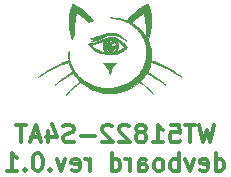
<source format=gbo>
%TF.GenerationSoftware,KiCad,Pcbnew,8.0.2-8.0.2-0~ubuntu22.04.1*%
%TF.CreationDate,2024-05-29T19:46:19+02:00*%
%TF.ProjectId,nrf51_devboard,6e726635-315f-4646-9576-626f6172642e,0.1*%
%TF.SameCoordinates,Original*%
%TF.FileFunction,Legend,Bot*%
%TF.FilePolarity,Positive*%
%FSLAX46Y46*%
G04 Gerber Fmt 4.6, Leading zero omitted, Abs format (unit mm)*
G04 Created by KiCad (PCBNEW 8.0.2-8.0.2-0~ubuntu22.04.1) date 2024-05-29 19:46:19*
%MOMM*%
%LPD*%
G01*
G04 APERTURE LIST*
%ADD10C,0.300000*%
%ADD11C,0.010000*%
%ADD12R,1.700000X1.700000*%
%ADD13O,1.700000X1.700000*%
G04 APERTURE END LIST*
D10*
X114357141Y-62885912D02*
X113999998Y-64385912D01*
X113999998Y-64385912D02*
X113714284Y-63314484D01*
X113714284Y-63314484D02*
X113428569Y-64385912D01*
X113428569Y-64385912D02*
X113071427Y-62885912D01*
X112714283Y-62885912D02*
X111857141Y-62885912D01*
X112285712Y-64385912D02*
X112285712Y-62885912D01*
X110642855Y-62885912D02*
X111357141Y-62885912D01*
X111357141Y-62885912D02*
X111428569Y-63600198D01*
X111428569Y-63600198D02*
X111357141Y-63528769D01*
X111357141Y-63528769D02*
X111214284Y-63457341D01*
X111214284Y-63457341D02*
X110857141Y-63457341D01*
X110857141Y-63457341D02*
X110714284Y-63528769D01*
X110714284Y-63528769D02*
X110642855Y-63600198D01*
X110642855Y-63600198D02*
X110571426Y-63743055D01*
X110571426Y-63743055D02*
X110571426Y-64100198D01*
X110571426Y-64100198D02*
X110642855Y-64243055D01*
X110642855Y-64243055D02*
X110714284Y-64314484D01*
X110714284Y-64314484D02*
X110857141Y-64385912D01*
X110857141Y-64385912D02*
X111214284Y-64385912D01*
X111214284Y-64385912D02*
X111357141Y-64314484D01*
X111357141Y-64314484D02*
X111428569Y-64243055D01*
X109142855Y-64385912D02*
X109999998Y-64385912D01*
X109571427Y-64385912D02*
X109571427Y-62885912D01*
X109571427Y-62885912D02*
X109714284Y-63100198D01*
X109714284Y-63100198D02*
X109857141Y-63243055D01*
X109857141Y-63243055D02*
X109999998Y-63314484D01*
X108285713Y-63528769D02*
X108428570Y-63457341D01*
X108428570Y-63457341D02*
X108499999Y-63385912D01*
X108499999Y-63385912D02*
X108571427Y-63243055D01*
X108571427Y-63243055D02*
X108571427Y-63171626D01*
X108571427Y-63171626D02*
X108499999Y-63028769D01*
X108499999Y-63028769D02*
X108428570Y-62957341D01*
X108428570Y-62957341D02*
X108285713Y-62885912D01*
X108285713Y-62885912D02*
X107999999Y-62885912D01*
X107999999Y-62885912D02*
X107857142Y-62957341D01*
X107857142Y-62957341D02*
X107785713Y-63028769D01*
X107785713Y-63028769D02*
X107714284Y-63171626D01*
X107714284Y-63171626D02*
X107714284Y-63243055D01*
X107714284Y-63243055D02*
X107785713Y-63385912D01*
X107785713Y-63385912D02*
X107857142Y-63457341D01*
X107857142Y-63457341D02*
X107999999Y-63528769D01*
X107999999Y-63528769D02*
X108285713Y-63528769D01*
X108285713Y-63528769D02*
X108428570Y-63600198D01*
X108428570Y-63600198D02*
X108499999Y-63671626D01*
X108499999Y-63671626D02*
X108571427Y-63814484D01*
X108571427Y-63814484D02*
X108571427Y-64100198D01*
X108571427Y-64100198D02*
X108499999Y-64243055D01*
X108499999Y-64243055D02*
X108428570Y-64314484D01*
X108428570Y-64314484D02*
X108285713Y-64385912D01*
X108285713Y-64385912D02*
X107999999Y-64385912D01*
X107999999Y-64385912D02*
X107857142Y-64314484D01*
X107857142Y-64314484D02*
X107785713Y-64243055D01*
X107785713Y-64243055D02*
X107714284Y-64100198D01*
X107714284Y-64100198D02*
X107714284Y-63814484D01*
X107714284Y-63814484D02*
X107785713Y-63671626D01*
X107785713Y-63671626D02*
X107857142Y-63600198D01*
X107857142Y-63600198D02*
X107999999Y-63528769D01*
X107142856Y-63028769D02*
X107071428Y-62957341D01*
X107071428Y-62957341D02*
X106928571Y-62885912D01*
X106928571Y-62885912D02*
X106571428Y-62885912D01*
X106571428Y-62885912D02*
X106428571Y-62957341D01*
X106428571Y-62957341D02*
X106357142Y-63028769D01*
X106357142Y-63028769D02*
X106285713Y-63171626D01*
X106285713Y-63171626D02*
X106285713Y-63314484D01*
X106285713Y-63314484D02*
X106357142Y-63528769D01*
X106357142Y-63528769D02*
X107214285Y-64385912D01*
X107214285Y-64385912D02*
X106285713Y-64385912D01*
X105714285Y-63028769D02*
X105642857Y-62957341D01*
X105642857Y-62957341D02*
X105500000Y-62885912D01*
X105500000Y-62885912D02*
X105142857Y-62885912D01*
X105142857Y-62885912D02*
X105000000Y-62957341D01*
X105000000Y-62957341D02*
X104928571Y-63028769D01*
X104928571Y-63028769D02*
X104857142Y-63171626D01*
X104857142Y-63171626D02*
X104857142Y-63314484D01*
X104857142Y-63314484D02*
X104928571Y-63528769D01*
X104928571Y-63528769D02*
X105785714Y-64385912D01*
X105785714Y-64385912D02*
X104857142Y-64385912D01*
X104214286Y-63814484D02*
X103071429Y-63814484D01*
X102428571Y-64314484D02*
X102214286Y-64385912D01*
X102214286Y-64385912D02*
X101857143Y-64385912D01*
X101857143Y-64385912D02*
X101714286Y-64314484D01*
X101714286Y-64314484D02*
X101642857Y-64243055D01*
X101642857Y-64243055D02*
X101571428Y-64100198D01*
X101571428Y-64100198D02*
X101571428Y-63957341D01*
X101571428Y-63957341D02*
X101642857Y-63814484D01*
X101642857Y-63814484D02*
X101714286Y-63743055D01*
X101714286Y-63743055D02*
X101857143Y-63671626D01*
X101857143Y-63671626D02*
X102142857Y-63600198D01*
X102142857Y-63600198D02*
X102285714Y-63528769D01*
X102285714Y-63528769D02*
X102357143Y-63457341D01*
X102357143Y-63457341D02*
X102428571Y-63314484D01*
X102428571Y-63314484D02*
X102428571Y-63171626D01*
X102428571Y-63171626D02*
X102357143Y-63028769D01*
X102357143Y-63028769D02*
X102285714Y-62957341D01*
X102285714Y-62957341D02*
X102142857Y-62885912D01*
X102142857Y-62885912D02*
X101785714Y-62885912D01*
X101785714Y-62885912D02*
X101571428Y-62957341D01*
X100285715Y-63385912D02*
X100285715Y-64385912D01*
X100642857Y-62814484D02*
X101000000Y-63885912D01*
X101000000Y-63885912D02*
X100071429Y-63885912D01*
X99571429Y-63957341D02*
X98857144Y-63957341D01*
X99714286Y-64385912D02*
X99214286Y-62885912D01*
X99214286Y-62885912D02*
X98714286Y-64385912D01*
X98428572Y-62885912D02*
X97571430Y-62885912D01*
X98000001Y-64385912D02*
X98000001Y-62885912D01*
X114464285Y-66800828D02*
X114464285Y-65300828D01*
X114464285Y-66729400D02*
X114607142Y-66800828D01*
X114607142Y-66800828D02*
X114892856Y-66800828D01*
X114892856Y-66800828D02*
X115035713Y-66729400D01*
X115035713Y-66729400D02*
X115107142Y-66657971D01*
X115107142Y-66657971D02*
X115178570Y-66515114D01*
X115178570Y-66515114D02*
X115178570Y-66086542D01*
X115178570Y-66086542D02*
X115107142Y-65943685D01*
X115107142Y-65943685D02*
X115035713Y-65872257D01*
X115035713Y-65872257D02*
X114892856Y-65800828D01*
X114892856Y-65800828D02*
X114607142Y-65800828D01*
X114607142Y-65800828D02*
X114464285Y-65872257D01*
X113178570Y-66729400D02*
X113321427Y-66800828D01*
X113321427Y-66800828D02*
X113607142Y-66800828D01*
X113607142Y-66800828D02*
X113749999Y-66729400D01*
X113749999Y-66729400D02*
X113821427Y-66586542D01*
X113821427Y-66586542D02*
X113821427Y-66015114D01*
X113821427Y-66015114D02*
X113749999Y-65872257D01*
X113749999Y-65872257D02*
X113607142Y-65800828D01*
X113607142Y-65800828D02*
X113321427Y-65800828D01*
X113321427Y-65800828D02*
X113178570Y-65872257D01*
X113178570Y-65872257D02*
X113107142Y-66015114D01*
X113107142Y-66015114D02*
X113107142Y-66157971D01*
X113107142Y-66157971D02*
X113821427Y-66300828D01*
X112607142Y-65800828D02*
X112249999Y-66800828D01*
X112249999Y-66800828D02*
X111892856Y-65800828D01*
X111321428Y-66800828D02*
X111321428Y-65300828D01*
X111321428Y-65872257D02*
X111178571Y-65800828D01*
X111178571Y-65800828D02*
X110892856Y-65800828D01*
X110892856Y-65800828D02*
X110749999Y-65872257D01*
X110749999Y-65872257D02*
X110678571Y-65943685D01*
X110678571Y-65943685D02*
X110607142Y-66086542D01*
X110607142Y-66086542D02*
X110607142Y-66515114D01*
X110607142Y-66515114D02*
X110678571Y-66657971D01*
X110678571Y-66657971D02*
X110749999Y-66729400D01*
X110749999Y-66729400D02*
X110892856Y-66800828D01*
X110892856Y-66800828D02*
X111178571Y-66800828D01*
X111178571Y-66800828D02*
X111321428Y-66729400D01*
X109749999Y-66800828D02*
X109892856Y-66729400D01*
X109892856Y-66729400D02*
X109964285Y-66657971D01*
X109964285Y-66657971D02*
X110035713Y-66515114D01*
X110035713Y-66515114D02*
X110035713Y-66086542D01*
X110035713Y-66086542D02*
X109964285Y-65943685D01*
X109964285Y-65943685D02*
X109892856Y-65872257D01*
X109892856Y-65872257D02*
X109749999Y-65800828D01*
X109749999Y-65800828D02*
X109535713Y-65800828D01*
X109535713Y-65800828D02*
X109392856Y-65872257D01*
X109392856Y-65872257D02*
X109321428Y-65943685D01*
X109321428Y-65943685D02*
X109249999Y-66086542D01*
X109249999Y-66086542D02*
X109249999Y-66515114D01*
X109249999Y-66515114D02*
X109321428Y-66657971D01*
X109321428Y-66657971D02*
X109392856Y-66729400D01*
X109392856Y-66729400D02*
X109535713Y-66800828D01*
X109535713Y-66800828D02*
X109749999Y-66800828D01*
X107964285Y-66800828D02*
X107964285Y-66015114D01*
X107964285Y-66015114D02*
X108035713Y-65872257D01*
X108035713Y-65872257D02*
X108178570Y-65800828D01*
X108178570Y-65800828D02*
X108464285Y-65800828D01*
X108464285Y-65800828D02*
X108607142Y-65872257D01*
X107964285Y-66729400D02*
X108107142Y-66800828D01*
X108107142Y-66800828D02*
X108464285Y-66800828D01*
X108464285Y-66800828D02*
X108607142Y-66729400D01*
X108607142Y-66729400D02*
X108678570Y-66586542D01*
X108678570Y-66586542D02*
X108678570Y-66443685D01*
X108678570Y-66443685D02*
X108607142Y-66300828D01*
X108607142Y-66300828D02*
X108464285Y-66229400D01*
X108464285Y-66229400D02*
X108107142Y-66229400D01*
X108107142Y-66229400D02*
X107964285Y-66157971D01*
X107249999Y-66800828D02*
X107249999Y-65800828D01*
X107249999Y-66086542D02*
X107178570Y-65943685D01*
X107178570Y-65943685D02*
X107107142Y-65872257D01*
X107107142Y-65872257D02*
X106964284Y-65800828D01*
X106964284Y-65800828D02*
X106821427Y-65800828D01*
X105678571Y-66800828D02*
X105678571Y-65300828D01*
X105678571Y-66729400D02*
X105821428Y-66800828D01*
X105821428Y-66800828D02*
X106107142Y-66800828D01*
X106107142Y-66800828D02*
X106249999Y-66729400D01*
X106249999Y-66729400D02*
X106321428Y-66657971D01*
X106321428Y-66657971D02*
X106392856Y-66515114D01*
X106392856Y-66515114D02*
X106392856Y-66086542D01*
X106392856Y-66086542D02*
X106321428Y-65943685D01*
X106321428Y-65943685D02*
X106249999Y-65872257D01*
X106249999Y-65872257D02*
X106107142Y-65800828D01*
X106107142Y-65800828D02*
X105821428Y-65800828D01*
X105821428Y-65800828D02*
X105678571Y-65872257D01*
X103821428Y-66800828D02*
X103821428Y-65800828D01*
X103821428Y-66086542D02*
X103749999Y-65943685D01*
X103749999Y-65943685D02*
X103678571Y-65872257D01*
X103678571Y-65872257D02*
X103535713Y-65800828D01*
X103535713Y-65800828D02*
X103392856Y-65800828D01*
X102321428Y-66729400D02*
X102464285Y-66800828D01*
X102464285Y-66800828D02*
X102750000Y-66800828D01*
X102750000Y-66800828D02*
X102892857Y-66729400D01*
X102892857Y-66729400D02*
X102964285Y-66586542D01*
X102964285Y-66586542D02*
X102964285Y-66015114D01*
X102964285Y-66015114D02*
X102892857Y-65872257D01*
X102892857Y-65872257D02*
X102750000Y-65800828D01*
X102750000Y-65800828D02*
X102464285Y-65800828D01*
X102464285Y-65800828D02*
X102321428Y-65872257D01*
X102321428Y-65872257D02*
X102250000Y-66015114D01*
X102250000Y-66015114D02*
X102250000Y-66157971D01*
X102250000Y-66157971D02*
X102964285Y-66300828D01*
X101750000Y-65800828D02*
X101392857Y-66800828D01*
X101392857Y-66800828D02*
X101035714Y-65800828D01*
X100464286Y-66657971D02*
X100392857Y-66729400D01*
X100392857Y-66729400D02*
X100464286Y-66800828D01*
X100464286Y-66800828D02*
X100535714Y-66729400D01*
X100535714Y-66729400D02*
X100464286Y-66657971D01*
X100464286Y-66657971D02*
X100464286Y-66800828D01*
X99464285Y-65300828D02*
X99321428Y-65300828D01*
X99321428Y-65300828D02*
X99178571Y-65372257D01*
X99178571Y-65372257D02*
X99107143Y-65443685D01*
X99107143Y-65443685D02*
X99035714Y-65586542D01*
X99035714Y-65586542D02*
X98964285Y-65872257D01*
X98964285Y-65872257D02*
X98964285Y-66229400D01*
X98964285Y-66229400D02*
X99035714Y-66515114D01*
X99035714Y-66515114D02*
X99107143Y-66657971D01*
X99107143Y-66657971D02*
X99178571Y-66729400D01*
X99178571Y-66729400D02*
X99321428Y-66800828D01*
X99321428Y-66800828D02*
X99464285Y-66800828D01*
X99464285Y-66800828D02*
X99607143Y-66729400D01*
X99607143Y-66729400D02*
X99678571Y-66657971D01*
X99678571Y-66657971D02*
X99750000Y-66515114D01*
X99750000Y-66515114D02*
X99821428Y-66229400D01*
X99821428Y-66229400D02*
X99821428Y-65872257D01*
X99821428Y-65872257D02*
X99750000Y-65586542D01*
X99750000Y-65586542D02*
X99678571Y-65443685D01*
X99678571Y-65443685D02*
X99607143Y-65372257D01*
X99607143Y-65372257D02*
X99464285Y-65300828D01*
X98321429Y-66657971D02*
X98250000Y-66729400D01*
X98250000Y-66729400D02*
X98321429Y-66800828D01*
X98321429Y-66800828D02*
X98392857Y-66729400D01*
X98392857Y-66729400D02*
X98321429Y-66657971D01*
X98321429Y-66657971D02*
X98321429Y-66800828D01*
X96821428Y-66800828D02*
X97678571Y-66800828D01*
X97250000Y-66800828D02*
X97250000Y-65300828D01*
X97250000Y-65300828D02*
X97392857Y-65515114D01*
X97392857Y-65515114D02*
X97535714Y-65657971D01*
X97535714Y-65657971D02*
X97678571Y-65729400D01*
D11*
%TO.C,G1*%
X105502452Y-57656366D02*
X105591869Y-57656494D01*
X105706880Y-57656772D01*
X105799983Y-57657231D01*
X105873276Y-57657965D01*
X105928860Y-57659064D01*
X105968832Y-57660620D01*
X105995293Y-57662726D01*
X106010341Y-57665473D01*
X106016076Y-57668953D01*
X106014596Y-57673258D01*
X106008000Y-57678480D01*
X105953434Y-57720488D01*
X105869240Y-57805436D01*
X105788282Y-57911123D01*
X105712246Y-58034704D01*
X105642817Y-58173336D01*
X105581679Y-58324174D01*
X105530519Y-58484375D01*
X105529643Y-58487503D01*
X105516941Y-58529235D01*
X105506071Y-58558844D01*
X105499303Y-58570100D01*
X105493479Y-58562107D01*
X105482347Y-58535641D01*
X105469241Y-58497075D01*
X105456770Y-58459200D01*
X105427027Y-58378045D01*
X105391175Y-58288281D01*
X105352657Y-58198115D01*
X105314918Y-58115752D01*
X105281400Y-58049400D01*
X105216228Y-57939083D01*
X105131719Y-57822508D01*
X105041668Y-57726539D01*
X104965153Y-57655700D01*
X105502452Y-57656366D01*
G36*
X105502452Y-57656366D02*
G01*
X105591869Y-57656494D01*
X105706880Y-57656772D01*
X105799983Y-57657231D01*
X105873276Y-57657965D01*
X105928860Y-57659064D01*
X105968832Y-57660620D01*
X105995293Y-57662726D01*
X106010341Y-57665473D01*
X106016076Y-57668953D01*
X106014596Y-57673258D01*
X106008000Y-57678480D01*
X105953434Y-57720488D01*
X105869240Y-57805436D01*
X105788282Y-57911123D01*
X105712246Y-58034704D01*
X105642817Y-58173336D01*
X105581679Y-58324174D01*
X105530519Y-58484375D01*
X105529643Y-58487503D01*
X105516941Y-58529235D01*
X105506071Y-58558844D01*
X105499303Y-58570100D01*
X105493479Y-58562107D01*
X105482347Y-58535641D01*
X105469241Y-58497075D01*
X105456770Y-58459200D01*
X105427027Y-58378045D01*
X105391175Y-58288281D01*
X105352657Y-58198115D01*
X105314918Y-58115752D01*
X105281400Y-58049400D01*
X105216228Y-57939083D01*
X105131719Y-57822508D01*
X105041668Y-57726539D01*
X104965153Y-57655700D01*
X105502452Y-57656366D01*
G37*
X105604654Y-55859889D02*
X105647644Y-55864403D01*
X105681836Y-55874000D01*
X105715900Y-55890335D01*
X105743506Y-55905805D01*
X105759645Y-55917136D01*
X105757286Y-55922695D01*
X105738616Y-55925904D01*
X105715304Y-55932395D01*
X105673679Y-55959820D01*
X105637677Y-56001889D01*
X105613856Y-56051976D01*
X105611345Y-56060585D01*
X105605015Y-56093495D01*
X105609133Y-56122107D01*
X105625056Y-56159432D01*
X105660990Y-56211960D01*
X105709812Y-56246654D01*
X105767161Y-56258700D01*
X105802072Y-56253098D01*
X105844835Y-56235024D01*
X105880596Y-56209529D01*
X105900251Y-56181869D01*
X105907258Y-56167588D01*
X105921549Y-56157100D01*
X105921972Y-56157118D01*
X105930151Y-56169355D01*
X105933277Y-56200264D01*
X105931946Y-56243982D01*
X105926750Y-56294647D01*
X105918284Y-56346396D01*
X105907143Y-56393366D01*
X105893920Y-56429695D01*
X105863797Y-56481420D01*
X105802245Y-56552522D01*
X105727910Y-56607304D01*
X105646050Y-56641275D01*
X105591299Y-56648364D01*
X105522830Y-56645845D01*
X105454096Y-56634384D01*
X105396580Y-56615183D01*
X105333057Y-56576295D01*
X105264434Y-56510725D01*
X105210249Y-56430150D01*
X105206472Y-56422825D01*
X105191200Y-56388395D01*
X105182264Y-56354189D01*
X105178071Y-56311683D01*
X105177027Y-56252350D01*
X105177065Y-56237727D01*
X105178639Y-56182838D01*
X105183706Y-56142850D01*
X105193890Y-56109165D01*
X105210810Y-56073185D01*
X105230222Y-56037875D01*
X105270760Y-55978912D01*
X105316795Y-55934116D01*
X105375125Y-55896165D01*
X105385500Y-55890497D01*
X105420760Y-55873644D01*
X105453973Y-55864040D01*
X105494274Y-55859740D01*
X105550800Y-55858802D01*
X105604654Y-55859889D01*
G36*
X105604654Y-55859889D02*
G01*
X105647644Y-55864403D01*
X105681836Y-55874000D01*
X105715900Y-55890335D01*
X105743506Y-55905805D01*
X105759645Y-55917136D01*
X105757286Y-55922695D01*
X105738616Y-55925904D01*
X105715304Y-55932395D01*
X105673679Y-55959820D01*
X105637677Y-56001889D01*
X105613856Y-56051976D01*
X105611345Y-56060585D01*
X105605015Y-56093495D01*
X105609133Y-56122107D01*
X105625056Y-56159432D01*
X105660990Y-56211960D01*
X105709812Y-56246654D01*
X105767161Y-56258700D01*
X105802072Y-56253098D01*
X105844835Y-56235024D01*
X105880596Y-56209529D01*
X105900251Y-56181869D01*
X105907258Y-56167588D01*
X105921549Y-56157100D01*
X105921972Y-56157118D01*
X105930151Y-56169355D01*
X105933277Y-56200264D01*
X105931946Y-56243982D01*
X105926750Y-56294647D01*
X105918284Y-56346396D01*
X105907143Y-56393366D01*
X105893920Y-56429695D01*
X105863797Y-56481420D01*
X105802245Y-56552522D01*
X105727910Y-56607304D01*
X105646050Y-56641275D01*
X105591299Y-56648364D01*
X105522830Y-56645845D01*
X105454096Y-56634384D01*
X105396580Y-56615183D01*
X105333057Y-56576295D01*
X105264434Y-56510725D01*
X105210249Y-56430150D01*
X105206472Y-56422825D01*
X105191200Y-56388395D01*
X105182264Y-56354189D01*
X105178071Y-56311683D01*
X105177027Y-56252350D01*
X105177065Y-56237727D01*
X105178639Y-56182838D01*
X105183706Y-56142850D01*
X105193890Y-56109165D01*
X105210810Y-56073185D01*
X105230222Y-56037875D01*
X105270760Y-55978912D01*
X105316795Y-55934116D01*
X105375125Y-55896165D01*
X105385500Y-55890497D01*
X105420760Y-55873644D01*
X105453973Y-55864040D01*
X105494274Y-55859740D01*
X105550800Y-55858802D01*
X105604654Y-55859889D01*
G37*
X105722933Y-55088370D02*
X105837880Y-55094530D01*
X105939338Y-55109216D01*
X106035610Y-55133932D01*
X106135000Y-55170179D01*
X106143777Y-55173822D01*
X106286443Y-55245487D01*
X106429471Y-55339989D01*
X106570140Y-55455114D01*
X106705724Y-55588644D01*
X106833500Y-55738365D01*
X106877950Y-55795146D01*
X106808100Y-55745120D01*
X106679590Y-55654270D01*
X106564180Y-55575680D01*
X106462335Y-55510270D01*
X106371050Y-55456470D01*
X106287321Y-55412714D01*
X106208143Y-55377435D01*
X106130510Y-55349063D01*
X106051419Y-55326033D01*
X105967864Y-55306776D01*
X105960773Y-55305329D01*
X105826620Y-55284003D01*
X105693548Y-55275111D01*
X105559040Y-55279196D01*
X105420579Y-55296805D01*
X105275647Y-55328480D01*
X105121726Y-55374767D01*
X104956298Y-55436210D01*
X104776846Y-55513354D01*
X104580852Y-55606743D01*
X104564147Y-55615012D01*
X104449492Y-55670775D01*
X104352499Y-55715737D01*
X104269242Y-55751399D01*
X104195796Y-55779268D01*
X104128232Y-55800845D01*
X104062626Y-55817637D01*
X103995050Y-55831146D01*
X103977735Y-55832639D01*
X103940959Y-55830604D01*
X103905744Y-55824197D01*
X103884001Y-55815135D01*
X103887323Y-55810368D01*
X103909601Y-55798721D01*
X103948115Y-55782888D01*
X103998301Y-55764877D01*
X104039093Y-55750481D01*
X104117040Y-55720132D01*
X104193462Y-55687164D01*
X104262700Y-55654194D01*
X104319098Y-55623845D01*
X104357000Y-55598735D01*
X104388750Y-55573096D01*
X104344300Y-55582523D01*
X104336110Y-55583855D01*
X104299498Y-55587043D01*
X104245591Y-55589612D01*
X104180254Y-55591326D01*
X104109350Y-55591950D01*
X104101737Y-55591946D01*
X104025019Y-55591307D01*
X103968937Y-55589285D01*
X103929118Y-55585477D01*
X103901188Y-55579480D01*
X103880771Y-55570892D01*
X103842691Y-55549834D01*
X103893471Y-55541091D01*
X103937854Y-55532922D01*
X104038887Y-55511003D01*
X104153720Y-55481892D01*
X104284267Y-55445037D01*
X104432442Y-55399886D01*
X104600157Y-55345887D01*
X104789327Y-55282486D01*
X104811166Y-55275068D01*
X104962895Y-55224854D01*
X105095287Y-55183838D01*
X105211858Y-55151255D01*
X105316123Y-55126335D01*
X105411598Y-55108313D01*
X105501797Y-55096420D01*
X105590236Y-55089889D01*
X105680430Y-55087952D01*
X105722933Y-55088370D01*
G36*
X105722933Y-55088370D02*
G01*
X105837880Y-55094530D01*
X105939338Y-55109216D01*
X106035610Y-55133932D01*
X106135000Y-55170179D01*
X106143777Y-55173822D01*
X106286443Y-55245487D01*
X106429471Y-55339989D01*
X106570140Y-55455114D01*
X106705724Y-55588644D01*
X106833500Y-55738365D01*
X106877950Y-55795146D01*
X106808100Y-55745120D01*
X106679590Y-55654270D01*
X106564180Y-55575680D01*
X106462335Y-55510270D01*
X106371050Y-55456470D01*
X106287321Y-55412714D01*
X106208143Y-55377435D01*
X106130510Y-55349063D01*
X106051419Y-55326033D01*
X105967864Y-55306776D01*
X105960773Y-55305329D01*
X105826620Y-55284003D01*
X105693548Y-55275111D01*
X105559040Y-55279196D01*
X105420579Y-55296805D01*
X105275647Y-55328480D01*
X105121726Y-55374767D01*
X104956298Y-55436210D01*
X104776846Y-55513354D01*
X104580852Y-55606743D01*
X104564147Y-55615012D01*
X104449492Y-55670775D01*
X104352499Y-55715737D01*
X104269242Y-55751399D01*
X104195796Y-55779268D01*
X104128232Y-55800845D01*
X104062626Y-55817637D01*
X103995050Y-55831146D01*
X103977735Y-55832639D01*
X103940959Y-55830604D01*
X103905744Y-55824197D01*
X103884001Y-55815135D01*
X103887323Y-55810368D01*
X103909601Y-55798721D01*
X103948115Y-55782888D01*
X103998301Y-55764877D01*
X104039093Y-55750481D01*
X104117040Y-55720132D01*
X104193462Y-55687164D01*
X104262700Y-55654194D01*
X104319098Y-55623845D01*
X104357000Y-55598735D01*
X104388750Y-55573096D01*
X104344300Y-55582523D01*
X104336110Y-55583855D01*
X104299498Y-55587043D01*
X104245591Y-55589612D01*
X104180254Y-55591326D01*
X104109350Y-55591950D01*
X104101737Y-55591946D01*
X104025019Y-55591307D01*
X103968937Y-55589285D01*
X103929118Y-55585477D01*
X103901188Y-55579480D01*
X103880771Y-55570892D01*
X103842691Y-55549834D01*
X103893471Y-55541091D01*
X103937854Y-55532922D01*
X104038887Y-55511003D01*
X104153720Y-55481892D01*
X104284267Y-55445037D01*
X104432442Y-55399886D01*
X104600157Y-55345887D01*
X104789327Y-55282486D01*
X104811166Y-55275068D01*
X104962895Y-55224854D01*
X105095287Y-55183838D01*
X105211858Y-55151255D01*
X105316123Y-55126335D01*
X105411598Y-55108313D01*
X105501797Y-55096420D01*
X105590236Y-55089889D01*
X105680430Y-55087952D01*
X105722933Y-55088370D01*
G37*
X102344866Y-52639315D02*
X102368750Y-52646858D01*
X102409701Y-52664619D01*
X102463385Y-52690400D01*
X102525466Y-52722000D01*
X102591611Y-52757221D01*
X102657484Y-52793864D01*
X102718750Y-52829730D01*
X102841237Y-52906633D01*
X103029777Y-53037274D01*
X103216239Y-53182181D01*
X103404512Y-53344440D01*
X103598487Y-53527133D01*
X103646993Y-53575025D01*
X103718325Y-53646805D01*
X103788499Y-53718855D01*
X103855103Y-53788585D01*
X103915721Y-53853405D01*
X103967940Y-53910722D01*
X104009345Y-53957948D01*
X104037522Y-53992490D01*
X104050058Y-54011758D01*
X104045006Y-54022473D01*
X104023633Y-54034990D01*
X104022828Y-54035299D01*
X103998490Y-54045370D01*
X103956926Y-54063237D01*
X103903750Y-54086466D01*
X103844576Y-54112623D01*
X103696150Y-54178610D01*
X103604300Y-54097293D01*
X103574467Y-54071202D01*
X103498400Y-54006970D01*
X103415018Y-53939255D01*
X103326585Y-53869669D01*
X103235362Y-53799825D01*
X103143612Y-53731335D01*
X103053598Y-53665812D01*
X102967581Y-53604869D01*
X102887823Y-53550117D01*
X102816588Y-53503171D01*
X102756138Y-53465642D01*
X102708734Y-53439143D01*
X102676639Y-53425287D01*
X102662115Y-53425686D01*
X102661346Y-53427111D01*
X102653637Y-53450376D01*
X102642462Y-53493956D01*
X102628657Y-53553740D01*
X102613061Y-53625618D01*
X102596509Y-53705478D01*
X102579840Y-53789211D01*
X102563890Y-53872705D01*
X102549497Y-53951850D01*
X102537498Y-54022535D01*
X102528729Y-54080650D01*
X102521697Y-54133219D01*
X102508642Y-54238417D01*
X102498065Y-54337512D01*
X102489598Y-54435754D01*
X102482872Y-54538393D01*
X102477519Y-54650681D01*
X102473170Y-54777866D01*
X102469457Y-54925200D01*
X102461457Y-55287150D01*
X102419878Y-55357000D01*
X102417107Y-55361690D01*
X102389833Y-55410159D01*
X102358665Y-55468556D01*
X102329815Y-55525275D01*
X102320431Y-55544010D01*
X102298766Y-55584783D01*
X102281898Y-55613096D01*
X102272862Y-55623700D01*
X102271472Y-55622550D01*
X102263362Y-55604143D01*
X102250661Y-55566452D01*
X102234552Y-55513578D01*
X102216222Y-55449620D01*
X102196855Y-55378677D01*
X102177635Y-55304851D01*
X102159747Y-55232239D01*
X102111746Y-55008265D01*
X102063938Y-54707548D01*
X102035352Y-54409673D01*
X102025901Y-54116704D01*
X102035497Y-53830704D01*
X102064054Y-53553736D01*
X102111484Y-53287864D01*
X102177701Y-53035150D01*
X102262616Y-52797658D01*
X102268979Y-52782358D01*
X102293654Y-52726221D01*
X102315714Y-52680762D01*
X102332957Y-52650312D01*
X102343181Y-52639200D01*
X102344866Y-52639315D01*
G36*
X102344866Y-52639315D02*
G01*
X102368750Y-52646858D01*
X102409701Y-52664619D01*
X102463385Y-52690400D01*
X102525466Y-52722000D01*
X102591611Y-52757221D01*
X102657484Y-52793864D01*
X102718750Y-52829730D01*
X102841237Y-52906633D01*
X103029777Y-53037274D01*
X103216239Y-53182181D01*
X103404512Y-53344440D01*
X103598487Y-53527133D01*
X103646993Y-53575025D01*
X103718325Y-53646805D01*
X103788499Y-53718855D01*
X103855103Y-53788585D01*
X103915721Y-53853405D01*
X103967940Y-53910722D01*
X104009345Y-53957948D01*
X104037522Y-53992490D01*
X104050058Y-54011758D01*
X104045006Y-54022473D01*
X104023633Y-54034990D01*
X104022828Y-54035299D01*
X103998490Y-54045370D01*
X103956926Y-54063237D01*
X103903750Y-54086466D01*
X103844576Y-54112623D01*
X103696150Y-54178610D01*
X103604300Y-54097293D01*
X103574467Y-54071202D01*
X103498400Y-54006970D01*
X103415018Y-53939255D01*
X103326585Y-53869669D01*
X103235362Y-53799825D01*
X103143612Y-53731335D01*
X103053598Y-53665812D01*
X102967581Y-53604869D01*
X102887823Y-53550117D01*
X102816588Y-53503171D01*
X102756138Y-53465642D01*
X102708734Y-53439143D01*
X102676639Y-53425287D01*
X102662115Y-53425686D01*
X102661346Y-53427111D01*
X102653637Y-53450376D01*
X102642462Y-53493956D01*
X102628657Y-53553740D01*
X102613061Y-53625618D01*
X102596509Y-53705478D01*
X102579840Y-53789211D01*
X102563890Y-53872705D01*
X102549497Y-53951850D01*
X102537498Y-54022535D01*
X102528729Y-54080650D01*
X102521697Y-54133219D01*
X102508642Y-54238417D01*
X102498065Y-54337512D01*
X102489598Y-54435754D01*
X102482872Y-54538393D01*
X102477519Y-54650681D01*
X102473170Y-54777866D01*
X102469457Y-54925200D01*
X102461457Y-55287150D01*
X102419878Y-55357000D01*
X102417107Y-55361690D01*
X102389833Y-55410159D01*
X102358665Y-55468556D01*
X102329815Y-55525275D01*
X102320431Y-55544010D01*
X102298766Y-55584783D01*
X102281898Y-55613096D01*
X102272862Y-55623700D01*
X102271472Y-55622550D01*
X102263362Y-55604143D01*
X102250661Y-55566452D01*
X102234552Y-55513578D01*
X102216222Y-55449620D01*
X102196855Y-55378677D01*
X102177635Y-55304851D01*
X102159747Y-55232239D01*
X102111746Y-55008265D01*
X102063938Y-54707548D01*
X102035352Y-54409673D01*
X102025901Y-54116704D01*
X102035497Y-53830704D01*
X102064054Y-53553736D01*
X102111484Y-53287864D01*
X102177701Y-53035150D01*
X102262616Y-52797658D01*
X102268979Y-52782358D01*
X102293654Y-52726221D01*
X102315714Y-52680762D01*
X102332957Y-52650312D01*
X102343181Y-52639200D01*
X102344866Y-52639315D01*
G37*
X106947800Y-56308606D02*
X106943478Y-56318630D01*
X106926245Y-56344788D01*
X106899847Y-56380406D01*
X106868587Y-56419925D01*
X106836768Y-56457780D01*
X106808694Y-56488411D01*
X106695049Y-56588648D01*
X106556059Y-56682226D01*
X106399693Y-56762685D01*
X106299490Y-56801424D01*
X106228877Y-56828724D01*
X106046537Y-56879040D01*
X105855600Y-56912332D01*
X105626946Y-56930027D01*
X105383035Y-56925807D01*
X105140101Y-56898581D01*
X104901544Y-56848901D01*
X104670766Y-56777318D01*
X104451168Y-56684384D01*
X104353377Y-56634142D01*
X104202865Y-56543167D01*
X104066344Y-56441038D01*
X103936762Y-56322798D01*
X103924221Y-56310189D01*
X103872214Y-56255585D01*
X103821805Y-56199346D01*
X103775656Y-56144802D01*
X103747921Y-56109790D01*
X103910754Y-56109790D01*
X103959252Y-56160369D01*
X104002670Y-56204380D01*
X104162741Y-56347598D01*
X104334838Y-56474551D01*
X104515784Y-56583471D01*
X104702404Y-56672590D01*
X104891523Y-56740138D01*
X105079963Y-56784349D01*
X105134754Y-56793520D01*
X105184738Y-56801010D01*
X105214275Y-56803660D01*
X105225895Y-56801424D01*
X105222130Y-56794257D01*
X105205508Y-56782115D01*
X105172743Y-56758056D01*
X105111128Y-56702466D01*
X105051670Y-56637411D01*
X105002664Y-56571508D01*
X104982355Y-56537833D01*
X104932019Y-56424350D01*
X104902710Y-56303524D01*
X104901890Y-56291628D01*
X105068577Y-56291628D01*
X105085768Y-56395075D01*
X105122523Y-56491235D01*
X105177699Y-56577306D01*
X105250156Y-56650488D01*
X105338751Y-56707983D01*
X105442344Y-56746989D01*
X105477029Y-56754989D01*
X105523098Y-56762804D01*
X105556644Y-56765239D01*
X105573615Y-56764295D01*
X105677970Y-56744737D01*
X105773484Y-56703853D01*
X105775295Y-56702579D01*
X106009548Y-56702579D01*
X106013092Y-56701979D01*
X106045242Y-56691932D01*
X106094103Y-56672271D01*
X106154964Y-56645257D01*
X106223119Y-56613155D01*
X106293859Y-56578226D01*
X106362476Y-56542734D01*
X106424260Y-56508943D01*
X106474505Y-56479113D01*
X106516942Y-56451553D01*
X106569444Y-56415841D01*
X106621353Y-56379119D01*
X106668564Y-56344413D01*
X106706974Y-56314749D01*
X106732479Y-56293154D01*
X106740974Y-56282652D01*
X106740196Y-56281531D01*
X106725651Y-56268009D01*
X106695740Y-56242710D01*
X106654233Y-56208774D01*
X106604900Y-56169340D01*
X106593362Y-56160198D01*
X106544994Y-56121595D01*
X106504914Y-56089165D01*
X106477019Y-56066081D01*
X106465200Y-56055517D01*
X106456484Y-56047172D01*
X106430469Y-56025116D01*
X106391710Y-55993443D01*
X106344388Y-55955461D01*
X106292682Y-55914478D01*
X106240773Y-55873803D01*
X106192841Y-55836746D01*
X106153065Y-55806615D01*
X106125627Y-55786719D01*
X106068371Y-55747326D01*
X106113571Y-55828388D01*
X106134296Y-55866384D01*
X106164868Y-55929118D01*
X106185163Y-55985445D01*
X106197132Y-56043286D01*
X106202726Y-56110564D01*
X106203895Y-56195200D01*
X106203295Y-56250090D01*
X106202090Y-56279692D01*
X106200932Y-56308144D01*
X106196051Y-56352097D01*
X106187841Y-56388475D01*
X106175492Y-56423800D01*
X106175140Y-56424682D01*
X106136425Y-56508146D01*
X106088434Y-56591333D01*
X106038270Y-56661925D01*
X106029643Y-56672732D01*
X106013649Y-56694295D01*
X106009548Y-56702579D01*
X105775295Y-56702579D01*
X105857867Y-56644505D01*
X105928826Y-56569554D01*
X105984072Y-56481861D01*
X106021311Y-56384286D01*
X106038254Y-56279692D01*
X106032608Y-56170939D01*
X106005411Y-56067706D01*
X105958576Y-55972938D01*
X105895609Y-55892196D01*
X105819384Y-55827058D01*
X105732780Y-55779105D01*
X105638673Y-55749917D01*
X105539940Y-55741072D01*
X105439458Y-55754151D01*
X105340104Y-55790732D01*
X105333524Y-55794136D01*
X105276089Y-55831993D01*
X105218339Y-55882088D01*
X105168116Y-55936907D01*
X105133265Y-55988932D01*
X105097452Y-56074067D01*
X105072091Y-56183692D01*
X105068577Y-56291628D01*
X104901890Y-56291628D01*
X104894150Y-56179318D01*
X104906061Y-56055698D01*
X104938164Y-55936628D01*
X104990182Y-55826073D01*
X105061836Y-55727998D01*
X105090533Y-55695124D01*
X105111138Y-55669678D01*
X105119000Y-55657385D01*
X105118983Y-55657269D01*
X105107154Y-55659748D01*
X105075196Y-55672038D01*
X105025760Y-55692968D01*
X104961496Y-55721366D01*
X104885056Y-55756062D01*
X104799091Y-55795885D01*
X104706250Y-55839665D01*
X104674475Y-55854763D01*
X104589276Y-55894986D01*
X104521031Y-55926592D01*
X104465287Y-55951475D01*
X104417593Y-55971526D01*
X104373497Y-55988639D01*
X104328550Y-56004705D01*
X104278298Y-56021618D01*
X104248898Y-56030976D01*
X104173204Y-56052831D01*
X104095654Y-56072741D01*
X104029102Y-56087317D01*
X103910754Y-56109790D01*
X103747921Y-56109790D01*
X103736429Y-56095283D01*
X103706785Y-56054119D01*
X103689385Y-56024640D01*
X103686891Y-56010176D01*
X103687717Y-56009687D01*
X103705828Y-56004938D01*
X103743286Y-55997440D01*
X103795204Y-55988120D01*
X103856698Y-55977907D01*
X103909337Y-55969173D01*
X104026064Y-55947214D01*
X104138724Y-55921831D01*
X104251101Y-55891811D01*
X104366980Y-55855937D01*
X104490145Y-55812993D01*
X104624381Y-55761766D01*
X104773471Y-55701039D01*
X104941200Y-55629596D01*
X105008556Y-55600646D01*
X105109583Y-55558426D01*
X105194262Y-55525043D01*
X105266710Y-55499056D01*
X105331045Y-55479026D01*
X105391386Y-55463514D01*
X105451849Y-55451079D01*
X105458663Y-55449851D01*
X105591199Y-55435859D01*
X105722959Y-55441484D01*
X105855753Y-55467341D01*
X105991390Y-55514049D01*
X106131679Y-55582221D01*
X106278430Y-55672476D01*
X106433450Y-55785428D01*
X106433744Y-55785657D01*
X106516199Y-55852199D01*
X106597883Y-55922291D01*
X106676412Y-55993507D01*
X106749402Y-56063423D01*
X106814467Y-56129613D01*
X106869224Y-56189651D01*
X106911288Y-56241113D01*
X106938275Y-56281573D01*
X106938656Y-56282652D01*
X106947800Y-56308606D01*
G36*
X106947800Y-56308606D02*
G01*
X106943478Y-56318630D01*
X106926245Y-56344788D01*
X106899847Y-56380406D01*
X106868587Y-56419925D01*
X106836768Y-56457780D01*
X106808694Y-56488411D01*
X106695049Y-56588648D01*
X106556059Y-56682226D01*
X106399693Y-56762685D01*
X106299490Y-56801424D01*
X106228877Y-56828724D01*
X106046537Y-56879040D01*
X105855600Y-56912332D01*
X105626946Y-56930027D01*
X105383035Y-56925807D01*
X105140101Y-56898581D01*
X104901544Y-56848901D01*
X104670766Y-56777318D01*
X104451168Y-56684384D01*
X104353377Y-56634142D01*
X104202865Y-56543167D01*
X104066344Y-56441038D01*
X103936762Y-56322798D01*
X103924221Y-56310189D01*
X103872214Y-56255585D01*
X103821805Y-56199346D01*
X103775656Y-56144802D01*
X103747921Y-56109790D01*
X103910754Y-56109790D01*
X103959252Y-56160369D01*
X104002670Y-56204380D01*
X104162741Y-56347598D01*
X104334838Y-56474551D01*
X104515784Y-56583471D01*
X104702404Y-56672590D01*
X104891523Y-56740138D01*
X105079963Y-56784349D01*
X105134754Y-56793520D01*
X105184738Y-56801010D01*
X105214275Y-56803660D01*
X105225895Y-56801424D01*
X105222130Y-56794257D01*
X105205508Y-56782115D01*
X105172743Y-56758056D01*
X105111128Y-56702466D01*
X105051670Y-56637411D01*
X105002664Y-56571508D01*
X104982355Y-56537833D01*
X104932019Y-56424350D01*
X104902710Y-56303524D01*
X104901890Y-56291628D01*
X105068577Y-56291628D01*
X105085768Y-56395075D01*
X105122523Y-56491235D01*
X105177699Y-56577306D01*
X105250156Y-56650488D01*
X105338751Y-56707983D01*
X105442344Y-56746989D01*
X105477029Y-56754989D01*
X105523098Y-56762804D01*
X105556644Y-56765239D01*
X105573615Y-56764295D01*
X105677970Y-56744737D01*
X105773484Y-56703853D01*
X105775295Y-56702579D01*
X106009548Y-56702579D01*
X106013092Y-56701979D01*
X106045242Y-56691932D01*
X106094103Y-56672271D01*
X106154964Y-56645257D01*
X106223119Y-56613155D01*
X106293859Y-56578226D01*
X106362476Y-56542734D01*
X106424260Y-56508943D01*
X106474505Y-56479113D01*
X106516942Y-56451553D01*
X106569444Y-56415841D01*
X106621353Y-56379119D01*
X106668564Y-56344413D01*
X106706974Y-56314749D01*
X106732479Y-56293154D01*
X106740974Y-56282652D01*
X106740196Y-56281531D01*
X106725651Y-56268009D01*
X106695740Y-56242710D01*
X106654233Y-56208774D01*
X106604900Y-56169340D01*
X106593362Y-56160198D01*
X106544994Y-56121595D01*
X106504914Y-56089165D01*
X106477019Y-56066081D01*
X106465200Y-56055517D01*
X106456484Y-56047172D01*
X106430469Y-56025116D01*
X106391710Y-55993443D01*
X106344388Y-55955461D01*
X106292682Y-55914478D01*
X106240773Y-55873803D01*
X106192841Y-55836746D01*
X106153065Y-55806615D01*
X106125627Y-55786719D01*
X106068371Y-55747326D01*
X106113571Y-55828388D01*
X106134296Y-55866384D01*
X106164868Y-55929118D01*
X106185163Y-55985445D01*
X106197132Y-56043286D01*
X106202726Y-56110564D01*
X106203895Y-56195200D01*
X106203295Y-56250090D01*
X106202090Y-56279692D01*
X106200932Y-56308144D01*
X106196051Y-56352097D01*
X106187841Y-56388475D01*
X106175492Y-56423800D01*
X106175140Y-56424682D01*
X106136425Y-56508146D01*
X106088434Y-56591333D01*
X106038270Y-56661925D01*
X106029643Y-56672732D01*
X106013649Y-56694295D01*
X106009548Y-56702579D01*
X105775295Y-56702579D01*
X105857867Y-56644505D01*
X105928826Y-56569554D01*
X105984072Y-56481861D01*
X106021311Y-56384286D01*
X106038254Y-56279692D01*
X106032608Y-56170939D01*
X106005411Y-56067706D01*
X105958576Y-55972938D01*
X105895609Y-55892196D01*
X105819384Y-55827058D01*
X105732780Y-55779105D01*
X105638673Y-55749917D01*
X105539940Y-55741072D01*
X105439458Y-55754151D01*
X105340104Y-55790732D01*
X105333524Y-55794136D01*
X105276089Y-55831993D01*
X105218339Y-55882088D01*
X105168116Y-55936907D01*
X105133265Y-55988932D01*
X105097452Y-56074067D01*
X105072091Y-56183692D01*
X105068577Y-56291628D01*
X104901890Y-56291628D01*
X104894150Y-56179318D01*
X104906061Y-56055698D01*
X104938164Y-55936628D01*
X104990182Y-55826073D01*
X105061836Y-55727998D01*
X105090533Y-55695124D01*
X105111138Y-55669678D01*
X105119000Y-55657385D01*
X105118983Y-55657269D01*
X105107154Y-55659748D01*
X105075196Y-55672038D01*
X105025760Y-55692968D01*
X104961496Y-55721366D01*
X104885056Y-55756062D01*
X104799091Y-55795885D01*
X104706250Y-55839665D01*
X104674475Y-55854763D01*
X104589276Y-55894986D01*
X104521031Y-55926592D01*
X104465287Y-55951475D01*
X104417593Y-55971526D01*
X104373497Y-55988639D01*
X104328550Y-56004705D01*
X104278298Y-56021618D01*
X104248898Y-56030976D01*
X104173204Y-56052831D01*
X104095654Y-56072741D01*
X104029102Y-56087317D01*
X103910754Y-56109790D01*
X103747921Y-56109790D01*
X103736429Y-56095283D01*
X103706785Y-56054119D01*
X103689385Y-56024640D01*
X103686891Y-56010176D01*
X103687717Y-56009687D01*
X103705828Y-56004938D01*
X103743286Y-55997440D01*
X103795204Y-55988120D01*
X103856698Y-55977907D01*
X103909337Y-55969173D01*
X104026064Y-55947214D01*
X104138724Y-55921831D01*
X104251101Y-55891811D01*
X104366980Y-55855937D01*
X104490145Y-55812993D01*
X104624381Y-55761766D01*
X104773471Y-55701039D01*
X104941200Y-55629596D01*
X105008556Y-55600646D01*
X105109583Y-55558426D01*
X105194262Y-55525043D01*
X105266710Y-55499056D01*
X105331045Y-55479026D01*
X105391386Y-55463514D01*
X105451849Y-55451079D01*
X105458663Y-55449851D01*
X105591199Y-55435859D01*
X105722959Y-55441484D01*
X105855753Y-55467341D01*
X105991390Y-55514049D01*
X106131679Y-55582221D01*
X106278430Y-55672476D01*
X106433450Y-55785428D01*
X106433744Y-55785657D01*
X106516199Y-55852199D01*
X106597883Y-55922291D01*
X106676412Y-55993507D01*
X106749402Y-56063423D01*
X106814467Y-56129613D01*
X106869224Y-56189651D01*
X106911288Y-56241113D01*
X106938275Y-56281573D01*
X106938656Y-56282652D01*
X106947800Y-56308606D01*
G37*
X108832704Y-55341625D02*
X108762504Y-55584833D01*
X108752648Y-55616871D01*
X108739089Y-55667744D01*
X108730968Y-55707967D01*
X108729774Y-55730883D01*
X108734328Y-55745467D01*
X108747440Y-55781037D01*
X108766397Y-55829277D01*
X108788833Y-55884050D01*
X108856119Y-56064402D01*
X108915571Y-56264447D01*
X108963388Y-56472706D01*
X108964001Y-56475834D01*
X108974337Y-56530266D01*
X108982315Y-56578104D01*
X108988249Y-56623918D01*
X108992449Y-56672278D01*
X108995228Y-56727756D01*
X108996896Y-56794922D01*
X108997765Y-56878346D01*
X108998148Y-56982600D01*
X108998044Y-57064377D01*
X108997304Y-57152429D01*
X108995988Y-57231160D01*
X108994185Y-57296550D01*
X108991986Y-57344580D01*
X108989478Y-57371230D01*
X108980106Y-57423311D01*
X109110128Y-57471052D01*
X109260870Y-57528266D01*
X109586047Y-57663545D01*
X109917688Y-57816824D01*
X110251099Y-57985672D01*
X110581584Y-58167655D01*
X110904450Y-58360343D01*
X111215000Y-58561304D01*
X111238486Y-58577208D01*
X111302814Y-58621311D01*
X111366580Y-58665718D01*
X111426382Y-58707992D01*
X111478818Y-58745695D01*
X111520484Y-58776389D01*
X111547979Y-58797635D01*
X111557900Y-58806996D01*
X111557693Y-58808587D01*
X111554959Y-58809361D01*
X111546513Y-58805710D01*
X111529215Y-58795788D01*
X111499924Y-58777749D01*
X111455500Y-58749745D01*
X111392800Y-58709929D01*
X111160179Y-58565230D01*
X110875015Y-58397485D01*
X110596332Y-58245029D01*
X110319028Y-58105203D01*
X110038001Y-57975349D01*
X109748150Y-57852808D01*
X109672000Y-57822623D01*
X109581293Y-57787958D01*
X109486674Y-57752929D01*
X109391218Y-57718578D01*
X109297998Y-57685948D01*
X109210085Y-57656080D01*
X109130554Y-57630018D01*
X109062477Y-57608804D01*
X109008926Y-57593479D01*
X108972975Y-57585087D01*
X108957697Y-57584670D01*
X108957625Y-57584754D01*
X108952721Y-57598923D01*
X108943085Y-57632631D01*
X108930076Y-57680952D01*
X108915058Y-57738960D01*
X108871133Y-57893526D01*
X108804223Y-58080959D01*
X108720222Y-58272527D01*
X108653311Y-58413105D01*
X108826081Y-58511529D01*
X108995946Y-58611277D01*
X109250657Y-58771737D01*
X109498934Y-58940931D01*
X109734569Y-59114572D01*
X109951350Y-59288372D01*
X109965099Y-59299934D01*
X110043260Y-59366219D01*
X110103803Y-59418581D01*
X110146497Y-59456719D01*
X110171110Y-59480337D01*
X110177410Y-59489135D01*
X110165165Y-59482815D01*
X110134145Y-59461080D01*
X110084117Y-59423630D01*
X110014850Y-59370167D01*
X109759628Y-59179747D01*
X109479840Y-58988020D01*
X109195700Y-58809737D01*
X109192007Y-58807533D01*
X109133476Y-58773603D01*
X109064409Y-58735033D01*
X108988891Y-58693955D01*
X108911010Y-58652502D01*
X108834853Y-58612806D01*
X108764507Y-58576997D01*
X108704058Y-58547209D01*
X108657594Y-58525573D01*
X108629201Y-58514221D01*
X108618669Y-58512810D01*
X108604491Y-58518621D01*
X108587067Y-58536266D01*
X108563237Y-58569127D01*
X108529840Y-58620587D01*
X108432731Y-58763471D01*
X108302131Y-58931560D01*
X108164363Y-59085627D01*
X108052833Y-59201104D01*
X108163733Y-59288827D01*
X108293176Y-59394487D01*
X108522517Y-59597152D01*
X108747432Y-59815036D01*
X108961703Y-60041999D01*
X109159111Y-60271900D01*
X109161634Y-60275032D01*
X109168578Y-60285639D01*
X109159595Y-60279582D01*
X109136171Y-60258263D01*
X109099798Y-60223082D01*
X109051962Y-60175439D01*
X108994152Y-60116735D01*
X108883757Y-60005585D01*
X108674565Y-59805552D01*
X108472852Y-59626939D01*
X108279391Y-59470418D01*
X108094955Y-59336659D01*
X107991160Y-59266089D01*
X107849141Y-59382068D01*
X107673016Y-59517215D01*
X107421610Y-59682641D01*
X107157581Y-59826040D01*
X106880980Y-59947389D01*
X106591857Y-60046667D01*
X106290263Y-60123851D01*
X105976250Y-60178922D01*
X105973471Y-60179300D01*
X105876018Y-60189476D01*
X105760286Y-60196711D01*
X105632489Y-60201008D01*
X105498844Y-60202369D01*
X105365567Y-60200798D01*
X105238873Y-60196296D01*
X105124979Y-60188867D01*
X105030100Y-60178513D01*
X104994704Y-60173366D01*
X104688612Y-60117543D01*
X104399078Y-60043448D01*
X104124417Y-59950361D01*
X103862940Y-59837565D01*
X103612962Y-59704340D01*
X103372795Y-59549968D01*
X103140753Y-59373731D01*
X103010356Y-59266803D01*
X102964033Y-59295432D01*
X102964014Y-59295443D01*
X102928482Y-59319164D01*
X102877433Y-59355588D01*
X102815126Y-59401485D01*
X102745820Y-59453623D01*
X102673771Y-59508770D01*
X102603237Y-59563694D01*
X102538478Y-59615165D01*
X102483750Y-59659949D01*
X102468882Y-59672711D01*
X102424405Y-59712889D01*
X102366885Y-59766755D01*
X102299553Y-59831200D01*
X102225640Y-59903117D01*
X102148379Y-59979397D01*
X102071000Y-60056931D01*
X102020156Y-60108220D01*
X101952751Y-60175999D01*
X101892600Y-60236234D01*
X101841821Y-60286818D01*
X101802530Y-60325643D01*
X101776846Y-60350602D01*
X101766884Y-60359589D01*
X101766946Y-60358050D01*
X101777755Y-60343890D01*
X101799382Y-60319525D01*
X101804270Y-60314175D01*
X101839007Y-60273827D01*
X101870814Y-60233800D01*
X101872935Y-60230976D01*
X101928492Y-60161965D01*
X102000330Y-60079999D01*
X102085312Y-59988178D01*
X102180304Y-59889603D01*
X102282168Y-59787375D01*
X102387769Y-59684597D01*
X102493969Y-59584369D01*
X102597633Y-59489793D01*
X102695625Y-59403970D01*
X102784807Y-59330000D01*
X102946164Y-59200872D01*
X102841113Y-59090481D01*
X102775882Y-59020088D01*
X102617937Y-58830883D01*
X102480976Y-58636572D01*
X102477887Y-58631775D01*
X102442340Y-58577746D01*
X102416697Y-58542139D01*
X102398097Y-58521781D01*
X102383675Y-58513493D01*
X102370568Y-58514101D01*
X102352473Y-58521405D01*
X102314933Y-58538765D01*
X102263734Y-58563528D01*
X102203548Y-58593337D01*
X102139046Y-58625836D01*
X102074899Y-58658671D01*
X102015778Y-58689484D01*
X101966355Y-58715921D01*
X101931300Y-58735626D01*
X101928631Y-58737205D01*
X101890954Y-58759573D01*
X101841096Y-58789278D01*
X101784724Y-58822931D01*
X101727506Y-58857144D01*
X101675109Y-58888529D01*
X101633202Y-58913695D01*
X101607450Y-58929256D01*
X101590560Y-58940081D01*
X101575700Y-58951100D01*
X101573608Y-58952761D01*
X101554804Y-58965911D01*
X101520155Y-58989376D01*
X101473658Y-59020463D01*
X101419309Y-59056479D01*
X101366742Y-59092024D01*
X101294675Y-59142337D01*
X101214769Y-59199378D01*
X101133504Y-59258519D01*
X101057359Y-59315129D01*
X101024544Y-59339841D01*
X100951750Y-59394572D01*
X100897006Y-59435509D01*
X100858713Y-59463762D01*
X100835277Y-59480443D01*
X100825099Y-59486661D01*
X100826583Y-59483527D01*
X100838133Y-59472151D01*
X100858150Y-59453644D01*
X100923710Y-59394877D01*
X101090012Y-59254504D01*
X101273145Y-59110427D01*
X101468195Y-58966119D01*
X101670250Y-58825054D01*
X101874397Y-58690705D01*
X102075724Y-58566544D01*
X102269317Y-58456045D01*
X102346983Y-58413715D01*
X102279926Y-58272832D01*
X102225395Y-58152394D01*
X102145216Y-57944077D01*
X102083532Y-57735483D01*
X102068877Y-57678467D01*
X102056132Y-57630784D01*
X102046762Y-57597801D01*
X102042130Y-57584496D01*
X102037284Y-57584456D01*
X102011798Y-57590156D01*
X101967801Y-57602355D01*
X101908855Y-57619955D01*
X101838517Y-57641860D01*
X101760348Y-57666970D01*
X101677906Y-57694190D01*
X101594750Y-57722422D01*
X101489409Y-57759850D01*
X101227769Y-57861569D01*
X100955090Y-57979059D01*
X100675640Y-58110194D01*
X100393684Y-58252849D01*
X100113490Y-58404896D01*
X99839323Y-58564210D01*
X99575450Y-58728666D01*
X99531954Y-58756742D01*
X99490405Y-58783317D01*
X99464096Y-58799588D01*
X99449576Y-58807579D01*
X99443394Y-58809310D01*
X99442100Y-58806803D01*
X99446750Y-58801526D01*
X99469398Y-58783310D01*
X99508189Y-58754558D01*
X99560124Y-58717366D01*
X99622205Y-58673833D01*
X99691432Y-58626053D01*
X99764806Y-58576126D01*
X99839329Y-58526148D01*
X99912000Y-58478215D01*
X100006216Y-58417453D01*
X100310616Y-58231000D01*
X100623910Y-58053285D01*
X100941390Y-57886711D01*
X101258347Y-57733682D01*
X101570075Y-57596600D01*
X101871865Y-57477868D01*
X101907627Y-57464600D01*
X101958652Y-57444813D01*
X101991168Y-57430155D01*
X102008767Y-57418557D01*
X102015046Y-57407949D01*
X102013596Y-57396262D01*
X102013452Y-57395789D01*
X102009755Y-57370712D01*
X102006482Y-57324785D01*
X102003686Y-57262395D01*
X102001420Y-57187926D01*
X101999740Y-57105766D01*
X101998699Y-57020298D01*
X101998352Y-56935909D01*
X101998751Y-56856984D01*
X101999952Y-56787909D01*
X102002009Y-56733069D01*
X102004974Y-56696850D01*
X102005147Y-56695571D01*
X102010137Y-56659491D01*
X102013532Y-56639911D01*
X102015705Y-56638609D01*
X102017025Y-56657367D01*
X102017865Y-56697963D01*
X102018594Y-56762179D01*
X102019812Y-56822538D01*
X102040239Y-57094501D01*
X102084661Y-57359168D01*
X102152559Y-57615646D01*
X102243411Y-57863043D01*
X102356697Y-58100467D01*
X102491898Y-58327026D01*
X102648493Y-58541826D01*
X102825961Y-58743978D01*
X103023783Y-58932587D01*
X103241438Y-59106762D01*
X103478406Y-59265610D01*
X103703525Y-59391830D01*
X103967572Y-59512877D01*
X104240970Y-59611043D01*
X104522361Y-59686092D01*
X104810386Y-59737787D01*
X105103686Y-59765890D01*
X105400903Y-59770164D01*
X105700677Y-59750372D01*
X106001650Y-59706276D01*
X106004662Y-59705711D01*
X106275494Y-59643123D01*
X106537901Y-59559368D01*
X106790566Y-59455580D01*
X107032168Y-59332893D01*
X107261391Y-59192441D01*
X107476913Y-59035358D01*
X107677418Y-58862779D01*
X107861586Y-58675836D01*
X108028098Y-58475665D01*
X108175636Y-58263399D01*
X108302881Y-58040173D01*
X108408514Y-57807120D01*
X108491216Y-57565374D01*
X108492652Y-57560378D01*
X108555642Y-57296921D01*
X108593280Y-57035028D01*
X108605566Y-56774691D01*
X108592500Y-56515899D01*
X108554080Y-56258643D01*
X108490307Y-56002913D01*
X108401180Y-55748699D01*
X108365492Y-55664184D01*
X108249868Y-55433706D01*
X108111881Y-55212602D01*
X107952973Y-55002387D01*
X107774589Y-54804577D01*
X107578173Y-54620686D01*
X107365166Y-54452230D01*
X107137014Y-54300724D01*
X107003092Y-54227056D01*
X107278000Y-54227056D01*
X107278394Y-54228238D01*
X107292360Y-54240508D01*
X107322305Y-54260200D01*
X107362740Y-54283647D01*
X107443570Y-54330895D01*
X107543998Y-54395151D01*
X107648966Y-54467157D01*
X107751132Y-54541859D01*
X107843150Y-54614204D01*
X107848132Y-54618312D01*
X107964310Y-54720268D01*
X108083377Y-54835480D01*
X108200446Y-54958609D01*
X108310630Y-55084312D01*
X108409042Y-55207248D01*
X108490795Y-55322075D01*
X108491816Y-55323624D01*
X108516227Y-55359690D01*
X108534751Y-55385337D01*
X108543449Y-55395100D01*
X108543737Y-55394894D01*
X108545681Y-55379772D01*
X108547080Y-55343124D01*
X108547967Y-55288377D01*
X108548371Y-55218960D01*
X108548325Y-55138301D01*
X108547858Y-55049829D01*
X108547001Y-54956972D01*
X108545786Y-54863159D01*
X108544242Y-54771819D01*
X108542401Y-54686379D01*
X108540294Y-54610269D01*
X108537952Y-54546916D01*
X108535404Y-54499750D01*
X108527610Y-54398490D01*
X108499798Y-54138042D01*
X108460762Y-53886517D01*
X108408927Y-53633118D01*
X108407039Y-53624798D01*
X108389544Y-53545698D01*
X108375995Y-53488838D01*
X108363190Y-53452343D01*
X108347925Y-53434337D01*
X108327000Y-53432942D01*
X108297211Y-53446283D01*
X108255357Y-53472484D01*
X108198236Y-53509669D01*
X108132830Y-53552234D01*
X108056518Y-53603302D01*
X107982736Y-53653920D01*
X107921016Y-53697626D01*
X107871707Y-53733336D01*
X107825388Y-53766764D01*
X107789307Y-53792679D01*
X107768616Y-53807371D01*
X107739832Y-53828424D01*
X107694544Y-53863646D01*
X107640669Y-53907074D01*
X107581354Y-53956017D01*
X107519744Y-54007786D01*
X107458983Y-54059689D01*
X107402216Y-54109036D01*
X107352590Y-54153136D01*
X107313248Y-54189300D01*
X107287337Y-54214837D01*
X107278000Y-54227056D01*
X107003092Y-54227056D01*
X106895159Y-54167684D01*
X106761294Y-54104064D01*
X106553331Y-54017588D01*
X106344889Y-53946993D01*
X106130175Y-53890620D01*
X105903394Y-53846811D01*
X105658750Y-53813908D01*
X105493650Y-53795814D01*
X105665100Y-53801299D01*
X105762371Y-53805968D01*
X106022852Y-53832711D01*
X106289763Y-53879749D01*
X106558158Y-53946101D01*
X106823086Y-54030786D01*
X106920621Y-54065663D01*
X106956436Y-54022469D01*
X107038865Y-53925307D01*
X107227561Y-53717771D01*
X107426223Y-53518053D01*
X107631232Y-53329402D01*
X107838971Y-53155068D01*
X108045820Y-52998301D01*
X108248162Y-52862349D01*
X108250916Y-52860629D01*
X108307217Y-52826685D01*
X108370923Y-52790135D01*
X108437840Y-52753175D01*
X108503775Y-52718006D01*
X108564535Y-52686826D01*
X108615925Y-52661832D01*
X108653753Y-52645224D01*
X108673825Y-52639200D01*
X108680729Y-52642079D01*
X108697137Y-52662777D01*
X108718885Y-52704409D01*
X108746544Y-52768132D01*
X108780686Y-52855100D01*
X108813989Y-52948309D01*
X108869885Y-53132733D01*
X108916999Y-53325940D01*
X108953104Y-53518286D01*
X108975971Y-53700129D01*
X108978042Y-53726061D01*
X108982614Y-53812614D01*
X108985439Y-53915634D01*
X108986590Y-54029889D01*
X108986140Y-54150150D01*
X108984165Y-54271188D01*
X108980737Y-54387771D01*
X108975929Y-54494671D01*
X108969817Y-54586657D01*
X108962472Y-54658500D01*
X108942976Y-54795223D01*
X108893059Y-55077507D01*
X108860734Y-55218960D01*
X108832704Y-55341625D01*
G36*
X108832704Y-55341625D02*
G01*
X108762504Y-55584833D01*
X108752648Y-55616871D01*
X108739089Y-55667744D01*
X108730968Y-55707967D01*
X108729774Y-55730883D01*
X108734328Y-55745467D01*
X108747440Y-55781037D01*
X108766397Y-55829277D01*
X108788833Y-55884050D01*
X108856119Y-56064402D01*
X108915571Y-56264447D01*
X108963388Y-56472706D01*
X108964001Y-56475834D01*
X108974337Y-56530266D01*
X108982315Y-56578104D01*
X108988249Y-56623918D01*
X108992449Y-56672278D01*
X108995228Y-56727756D01*
X108996896Y-56794922D01*
X108997765Y-56878346D01*
X108998148Y-56982600D01*
X108998044Y-57064377D01*
X108997304Y-57152429D01*
X108995988Y-57231160D01*
X108994185Y-57296550D01*
X108991986Y-57344580D01*
X108989478Y-57371230D01*
X108980106Y-57423311D01*
X109110128Y-57471052D01*
X109260870Y-57528266D01*
X109586047Y-57663545D01*
X109917688Y-57816824D01*
X110251099Y-57985672D01*
X110581584Y-58167655D01*
X110904450Y-58360343D01*
X111215000Y-58561304D01*
X111238486Y-58577208D01*
X111302814Y-58621311D01*
X111366580Y-58665718D01*
X111426382Y-58707992D01*
X111478818Y-58745695D01*
X111520484Y-58776389D01*
X111547979Y-58797635D01*
X111557900Y-58806996D01*
X111557693Y-58808587D01*
X111554959Y-58809361D01*
X111546513Y-58805710D01*
X111529215Y-58795788D01*
X111499924Y-58777749D01*
X111455500Y-58749745D01*
X111392800Y-58709929D01*
X111160179Y-58565230D01*
X110875015Y-58397485D01*
X110596332Y-58245029D01*
X110319028Y-58105203D01*
X110038001Y-57975349D01*
X109748150Y-57852808D01*
X109672000Y-57822623D01*
X109581293Y-57787958D01*
X109486674Y-57752929D01*
X109391218Y-57718578D01*
X109297998Y-57685948D01*
X109210085Y-57656080D01*
X109130554Y-57630018D01*
X109062477Y-57608804D01*
X109008926Y-57593479D01*
X108972975Y-57585087D01*
X108957697Y-57584670D01*
X108957625Y-57584754D01*
X108952721Y-57598923D01*
X108943085Y-57632631D01*
X108930076Y-57680952D01*
X108915058Y-57738960D01*
X108871133Y-57893526D01*
X108804223Y-58080959D01*
X108720222Y-58272527D01*
X108653311Y-58413105D01*
X108826081Y-58511529D01*
X108995946Y-58611277D01*
X109250657Y-58771737D01*
X109498934Y-58940931D01*
X109734569Y-59114572D01*
X109951350Y-59288372D01*
X109965099Y-59299934D01*
X110043260Y-59366219D01*
X110103803Y-59418581D01*
X110146497Y-59456719D01*
X110171110Y-59480337D01*
X110177410Y-59489135D01*
X110165165Y-59482815D01*
X110134145Y-59461080D01*
X110084117Y-59423630D01*
X110014850Y-59370167D01*
X109759628Y-59179747D01*
X109479840Y-58988020D01*
X109195700Y-58809737D01*
X109192007Y-58807533D01*
X109133476Y-58773603D01*
X109064409Y-58735033D01*
X108988891Y-58693955D01*
X108911010Y-58652502D01*
X108834853Y-58612806D01*
X108764507Y-58576997D01*
X108704058Y-58547209D01*
X108657594Y-58525573D01*
X108629201Y-58514221D01*
X108618669Y-58512810D01*
X108604491Y-58518621D01*
X108587067Y-58536266D01*
X108563237Y-58569127D01*
X108529840Y-58620587D01*
X108432731Y-58763471D01*
X108302131Y-58931560D01*
X108164363Y-59085627D01*
X108052833Y-59201104D01*
X108163733Y-59288827D01*
X108293176Y-59394487D01*
X108522517Y-59597152D01*
X108747432Y-59815036D01*
X108961703Y-60041999D01*
X109159111Y-60271900D01*
X109161634Y-60275032D01*
X109168578Y-60285639D01*
X109159595Y-60279582D01*
X109136171Y-60258263D01*
X109099798Y-60223082D01*
X109051962Y-60175439D01*
X108994152Y-60116735D01*
X108883757Y-60005585D01*
X108674565Y-59805552D01*
X108472852Y-59626939D01*
X108279391Y-59470418D01*
X108094955Y-59336659D01*
X107991160Y-59266089D01*
X107849141Y-59382068D01*
X107673016Y-59517215D01*
X107421610Y-59682641D01*
X107157581Y-59826040D01*
X106880980Y-59947389D01*
X106591857Y-60046667D01*
X106290263Y-60123851D01*
X105976250Y-60178922D01*
X105973471Y-60179300D01*
X105876018Y-60189476D01*
X105760286Y-60196711D01*
X105632489Y-60201008D01*
X105498844Y-60202369D01*
X105365567Y-60200798D01*
X105238873Y-60196296D01*
X105124979Y-60188867D01*
X105030100Y-60178513D01*
X104994704Y-60173366D01*
X104688612Y-60117543D01*
X104399078Y-60043448D01*
X104124417Y-59950361D01*
X103862940Y-59837565D01*
X103612962Y-59704340D01*
X103372795Y-59549968D01*
X103140753Y-59373731D01*
X103010356Y-59266803D01*
X102964033Y-59295432D01*
X102964014Y-59295443D01*
X102928482Y-59319164D01*
X102877433Y-59355588D01*
X102815126Y-59401485D01*
X102745820Y-59453623D01*
X102673771Y-59508770D01*
X102603237Y-59563694D01*
X102538478Y-59615165D01*
X102483750Y-59659949D01*
X102468882Y-59672711D01*
X102424405Y-59712889D01*
X102366885Y-59766755D01*
X102299553Y-59831200D01*
X102225640Y-59903117D01*
X102148379Y-59979397D01*
X102071000Y-60056931D01*
X102020156Y-60108220D01*
X101952751Y-60175999D01*
X101892600Y-60236234D01*
X101841821Y-60286818D01*
X101802530Y-60325643D01*
X101776846Y-60350602D01*
X101766884Y-60359589D01*
X101766946Y-60358050D01*
X101777755Y-60343890D01*
X101799382Y-60319525D01*
X101804270Y-60314175D01*
X101839007Y-60273827D01*
X101870814Y-60233800D01*
X101872935Y-60230976D01*
X101928492Y-60161965D01*
X102000330Y-60079999D01*
X102085312Y-59988178D01*
X102180304Y-59889603D01*
X102282168Y-59787375D01*
X102387769Y-59684597D01*
X102493969Y-59584369D01*
X102597633Y-59489793D01*
X102695625Y-59403970D01*
X102784807Y-59330000D01*
X102946164Y-59200872D01*
X102841113Y-59090481D01*
X102775882Y-59020088D01*
X102617937Y-58830883D01*
X102480976Y-58636572D01*
X102477887Y-58631775D01*
X102442340Y-58577746D01*
X102416697Y-58542139D01*
X102398097Y-58521781D01*
X102383675Y-58513493D01*
X102370568Y-58514101D01*
X102352473Y-58521405D01*
X102314933Y-58538765D01*
X102263734Y-58563528D01*
X102203548Y-58593337D01*
X102139046Y-58625836D01*
X102074899Y-58658671D01*
X102015778Y-58689484D01*
X101966355Y-58715921D01*
X101931300Y-58735626D01*
X101928631Y-58737205D01*
X101890954Y-58759573D01*
X101841096Y-58789278D01*
X101784724Y-58822931D01*
X101727506Y-58857144D01*
X101675109Y-58888529D01*
X101633202Y-58913695D01*
X101607450Y-58929256D01*
X101590560Y-58940081D01*
X101575700Y-58951100D01*
X101573608Y-58952761D01*
X101554804Y-58965911D01*
X101520155Y-58989376D01*
X101473658Y-59020463D01*
X101419309Y-59056479D01*
X101366742Y-59092024D01*
X101294675Y-59142337D01*
X101214769Y-59199378D01*
X101133504Y-59258519D01*
X101057359Y-59315129D01*
X101024544Y-59339841D01*
X100951750Y-59394572D01*
X100897006Y-59435509D01*
X100858713Y-59463762D01*
X100835277Y-59480443D01*
X100825099Y-59486661D01*
X100826583Y-59483527D01*
X100838133Y-59472151D01*
X100858150Y-59453644D01*
X100923710Y-59394877D01*
X101090012Y-59254504D01*
X101273145Y-59110427D01*
X101468195Y-58966119D01*
X101670250Y-58825054D01*
X101874397Y-58690705D01*
X102075724Y-58566544D01*
X102269317Y-58456045D01*
X102346983Y-58413715D01*
X102279926Y-58272832D01*
X102225395Y-58152394D01*
X102145216Y-57944077D01*
X102083532Y-57735483D01*
X102068877Y-57678467D01*
X102056132Y-57630784D01*
X102046762Y-57597801D01*
X102042130Y-57584496D01*
X102037284Y-57584456D01*
X102011798Y-57590156D01*
X101967801Y-57602355D01*
X101908855Y-57619955D01*
X101838517Y-57641860D01*
X101760348Y-57666970D01*
X101677906Y-57694190D01*
X101594750Y-57722422D01*
X101489409Y-57759850D01*
X101227769Y-57861569D01*
X100955090Y-57979059D01*
X100675640Y-58110194D01*
X100393684Y-58252849D01*
X100113490Y-58404896D01*
X99839323Y-58564210D01*
X99575450Y-58728666D01*
X99531954Y-58756742D01*
X99490405Y-58783317D01*
X99464096Y-58799588D01*
X99449576Y-58807579D01*
X99443394Y-58809310D01*
X99442100Y-58806803D01*
X99446750Y-58801526D01*
X99469398Y-58783310D01*
X99508189Y-58754558D01*
X99560124Y-58717366D01*
X99622205Y-58673833D01*
X99691432Y-58626053D01*
X99764806Y-58576126D01*
X99839329Y-58526148D01*
X99912000Y-58478215D01*
X100006216Y-58417453D01*
X100310616Y-58231000D01*
X100623910Y-58053285D01*
X100941390Y-57886711D01*
X101258347Y-57733682D01*
X101570075Y-57596600D01*
X101871865Y-57477868D01*
X101907627Y-57464600D01*
X101958652Y-57444813D01*
X101991168Y-57430155D01*
X102008767Y-57418557D01*
X102015046Y-57407949D01*
X102013596Y-57396262D01*
X102013452Y-57395789D01*
X102009755Y-57370712D01*
X102006482Y-57324785D01*
X102003686Y-57262395D01*
X102001420Y-57187926D01*
X101999740Y-57105766D01*
X101998699Y-57020298D01*
X101998352Y-56935909D01*
X101998751Y-56856984D01*
X101999952Y-56787909D01*
X102002009Y-56733069D01*
X102004974Y-56696850D01*
X102005147Y-56695571D01*
X102010137Y-56659491D01*
X102013532Y-56639911D01*
X102015705Y-56638609D01*
X102017025Y-56657367D01*
X102017865Y-56697963D01*
X102018594Y-56762179D01*
X102019812Y-56822538D01*
X102040239Y-57094501D01*
X102084661Y-57359168D01*
X102152559Y-57615646D01*
X102243411Y-57863043D01*
X102356697Y-58100467D01*
X102491898Y-58327026D01*
X102648493Y-58541826D01*
X102825961Y-58743978D01*
X103023783Y-58932587D01*
X103241438Y-59106762D01*
X103478406Y-59265610D01*
X103703525Y-59391830D01*
X103967572Y-59512877D01*
X104240970Y-59611043D01*
X104522361Y-59686092D01*
X104810386Y-59737787D01*
X105103686Y-59765890D01*
X105400903Y-59770164D01*
X105700677Y-59750372D01*
X106001650Y-59706276D01*
X106004662Y-59705711D01*
X106275494Y-59643123D01*
X106537901Y-59559368D01*
X106790566Y-59455580D01*
X107032168Y-59332893D01*
X107261391Y-59192441D01*
X107476913Y-59035358D01*
X107677418Y-58862779D01*
X107861586Y-58675836D01*
X108028098Y-58475665D01*
X108175636Y-58263399D01*
X108302881Y-58040173D01*
X108408514Y-57807120D01*
X108491216Y-57565374D01*
X108492652Y-57560378D01*
X108555642Y-57296921D01*
X108593280Y-57035028D01*
X108605566Y-56774691D01*
X108592500Y-56515899D01*
X108554080Y-56258643D01*
X108490307Y-56002913D01*
X108401180Y-55748699D01*
X108365492Y-55664184D01*
X108249868Y-55433706D01*
X108111881Y-55212602D01*
X107952973Y-55002387D01*
X107774589Y-54804577D01*
X107578173Y-54620686D01*
X107365166Y-54452230D01*
X107137014Y-54300724D01*
X107003092Y-54227056D01*
X107278000Y-54227056D01*
X107278394Y-54228238D01*
X107292360Y-54240508D01*
X107322305Y-54260200D01*
X107362740Y-54283647D01*
X107443570Y-54330895D01*
X107543998Y-54395151D01*
X107648966Y-54467157D01*
X107751132Y-54541859D01*
X107843150Y-54614204D01*
X107848132Y-54618312D01*
X107964310Y-54720268D01*
X108083377Y-54835480D01*
X108200446Y-54958609D01*
X108310630Y-55084312D01*
X108409042Y-55207248D01*
X108490795Y-55322075D01*
X108491816Y-55323624D01*
X108516227Y-55359690D01*
X108534751Y-55385337D01*
X108543449Y-55395100D01*
X108543737Y-55394894D01*
X108545681Y-55379772D01*
X108547080Y-55343124D01*
X108547967Y-55288377D01*
X108548371Y-55218960D01*
X108548325Y-55138301D01*
X108547858Y-55049829D01*
X108547001Y-54956972D01*
X108545786Y-54863159D01*
X108544242Y-54771819D01*
X108542401Y-54686379D01*
X108540294Y-54610269D01*
X108537952Y-54546916D01*
X108535404Y-54499750D01*
X108527610Y-54398490D01*
X108499798Y-54138042D01*
X108460762Y-53886517D01*
X108408927Y-53633118D01*
X108407039Y-53624798D01*
X108389544Y-53545698D01*
X108375995Y-53488838D01*
X108363190Y-53452343D01*
X108347925Y-53434337D01*
X108327000Y-53432942D01*
X108297211Y-53446283D01*
X108255357Y-53472484D01*
X108198236Y-53509669D01*
X108132830Y-53552234D01*
X108056518Y-53603302D01*
X107982736Y-53653920D01*
X107921016Y-53697626D01*
X107871707Y-53733336D01*
X107825388Y-53766764D01*
X107789307Y-53792679D01*
X107768616Y-53807371D01*
X107739832Y-53828424D01*
X107694544Y-53863646D01*
X107640669Y-53907074D01*
X107581354Y-53956017D01*
X107519744Y-54007786D01*
X107458983Y-54059689D01*
X107402216Y-54109036D01*
X107352590Y-54153136D01*
X107313248Y-54189300D01*
X107287337Y-54214837D01*
X107278000Y-54227056D01*
X107003092Y-54227056D01*
X106895159Y-54167684D01*
X106761294Y-54104064D01*
X106553331Y-54017588D01*
X106344889Y-53946993D01*
X106130175Y-53890620D01*
X105903394Y-53846811D01*
X105658750Y-53813908D01*
X105493650Y-53795814D01*
X105665100Y-53801299D01*
X105762371Y-53805968D01*
X106022852Y-53832711D01*
X106289763Y-53879749D01*
X106558158Y-53946101D01*
X106823086Y-54030786D01*
X106920621Y-54065663D01*
X106956436Y-54022469D01*
X107038865Y-53925307D01*
X107227561Y-53717771D01*
X107426223Y-53518053D01*
X107631232Y-53329402D01*
X107838971Y-53155068D01*
X108045820Y-52998301D01*
X108248162Y-52862349D01*
X108250916Y-52860629D01*
X108307217Y-52826685D01*
X108370923Y-52790135D01*
X108437840Y-52753175D01*
X108503775Y-52718006D01*
X108564535Y-52686826D01*
X108615925Y-52661832D01*
X108653753Y-52645224D01*
X108673825Y-52639200D01*
X108680729Y-52642079D01*
X108697137Y-52662777D01*
X108718885Y-52704409D01*
X108746544Y-52768132D01*
X108780686Y-52855100D01*
X108813989Y-52948309D01*
X108869885Y-53132733D01*
X108916999Y-53325940D01*
X108953104Y-53518286D01*
X108975971Y-53700129D01*
X108978042Y-53726061D01*
X108982614Y-53812614D01*
X108985439Y-53915634D01*
X108986590Y-54029889D01*
X108986140Y-54150150D01*
X108984165Y-54271188D01*
X108980737Y-54387771D01*
X108975929Y-54494671D01*
X108969817Y-54586657D01*
X108962472Y-54658500D01*
X108942976Y-54795223D01*
X108893059Y-55077507D01*
X108860734Y-55218960D01*
X108832704Y-55341625D01*
G37*
%TD*%
%LPC*%
D12*
%TO.C,J1*%
X93980000Y-63500000D03*
D13*
X93980000Y-60960000D03*
X93980000Y-58420000D03*
X93980000Y-55880000D03*
X93980000Y-53340000D03*
X93980000Y-50800000D03*
%TD*%
D12*
%TO.C,J2*%
X118110000Y-63500000D03*
D13*
X118110000Y-60960000D03*
X118110000Y-58420000D03*
X118110000Y-55880000D03*
X118110000Y-53340000D03*
X118110000Y-50800000D03*
%TD*%
%LPD*%
M02*

</source>
